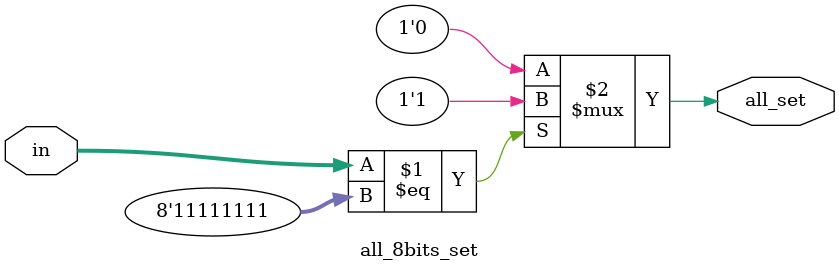
<source format=v>
module all_8bits_set(
	input [7:0]in,
	output all_set
);

assign all_set=(in==8'b11111111)?1'b1:1'b0;

endmodule


</source>
